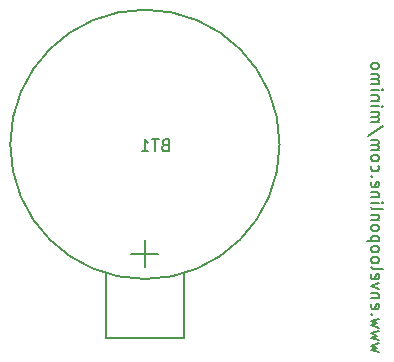
<source format=gbo>
G04 #@! TF.FileFunction,Legend,Bot*
%FSLAX46Y46*%
G04 Gerber Fmt 4.6, Leading zero omitted, Abs format (unit mm)*
G04 Created by KiCad (PCBNEW 4.0.1-stable) date 10/18/2016 5:23:33 PM*
%MOMM*%
G01*
G04 APERTURE LIST*
%ADD10C,0.100000*%
%ADD11C,0.150000*%
%ADD12C,0.200000*%
G04 APERTURE END LIST*
D10*
D11*
X142614286Y-137885714D02*
X141947619Y-137695238D01*
X142423810Y-137504761D01*
X141947619Y-137314285D01*
X142614286Y-137123809D01*
X142614286Y-136838095D02*
X141947619Y-136647619D01*
X142423810Y-136457142D01*
X141947619Y-136266666D01*
X142614286Y-136076190D01*
X142614286Y-135790476D02*
X141947619Y-135600000D01*
X142423810Y-135409523D01*
X141947619Y-135219047D01*
X142614286Y-135028571D01*
X142042857Y-134647619D02*
X141995238Y-134600000D01*
X141947619Y-134647619D01*
X141995238Y-134695238D01*
X142042857Y-134647619D01*
X141947619Y-134647619D01*
X141995238Y-133790476D02*
X141947619Y-133885714D01*
X141947619Y-134076191D01*
X141995238Y-134171429D01*
X142090476Y-134219048D01*
X142471429Y-134219048D01*
X142566667Y-134171429D01*
X142614286Y-134076191D01*
X142614286Y-133885714D01*
X142566667Y-133790476D01*
X142471429Y-133742857D01*
X142376190Y-133742857D01*
X142280952Y-134219048D01*
X142614286Y-133314286D02*
X141947619Y-133314286D01*
X142519048Y-133314286D02*
X142566667Y-133266667D01*
X142614286Y-133171429D01*
X142614286Y-133028571D01*
X142566667Y-132933333D01*
X142471429Y-132885714D01*
X141947619Y-132885714D01*
X142614286Y-132504762D02*
X141947619Y-132266667D01*
X142614286Y-132028571D01*
X141995238Y-131266666D02*
X141947619Y-131361904D01*
X141947619Y-131552381D01*
X141995238Y-131647619D01*
X142090476Y-131695238D01*
X142471429Y-131695238D01*
X142566667Y-131647619D01*
X142614286Y-131552381D01*
X142614286Y-131361904D01*
X142566667Y-131266666D01*
X142471429Y-131219047D01*
X142376190Y-131219047D01*
X142280952Y-131695238D01*
X141947619Y-130647619D02*
X141995238Y-130742857D01*
X142090476Y-130790476D01*
X142947619Y-130790476D01*
X141947619Y-130123809D02*
X141995238Y-130219047D01*
X142042857Y-130266666D01*
X142138095Y-130314285D01*
X142423810Y-130314285D01*
X142519048Y-130266666D01*
X142566667Y-130219047D01*
X142614286Y-130123809D01*
X142614286Y-129980951D01*
X142566667Y-129885713D01*
X142519048Y-129838094D01*
X142423810Y-129790475D01*
X142138095Y-129790475D01*
X142042857Y-129838094D01*
X141995238Y-129885713D01*
X141947619Y-129980951D01*
X141947619Y-130123809D01*
X141947619Y-129219047D02*
X141995238Y-129314285D01*
X142042857Y-129361904D01*
X142138095Y-129409523D01*
X142423810Y-129409523D01*
X142519048Y-129361904D01*
X142566667Y-129314285D01*
X142614286Y-129219047D01*
X142614286Y-129076189D01*
X142566667Y-128980951D01*
X142519048Y-128933332D01*
X142423810Y-128885713D01*
X142138095Y-128885713D01*
X142042857Y-128933332D01*
X141995238Y-128980951D01*
X141947619Y-129076189D01*
X141947619Y-129219047D01*
X142614286Y-128457142D02*
X141614286Y-128457142D01*
X142566667Y-128457142D02*
X142614286Y-128361904D01*
X142614286Y-128171427D01*
X142566667Y-128076189D01*
X142519048Y-128028570D01*
X142423810Y-127980951D01*
X142138095Y-127980951D01*
X142042857Y-128028570D01*
X141995238Y-128076189D01*
X141947619Y-128171427D01*
X141947619Y-128361904D01*
X141995238Y-128457142D01*
X141947619Y-127409523D02*
X141995238Y-127504761D01*
X142042857Y-127552380D01*
X142138095Y-127599999D01*
X142423810Y-127599999D01*
X142519048Y-127552380D01*
X142566667Y-127504761D01*
X142614286Y-127409523D01*
X142614286Y-127266665D01*
X142566667Y-127171427D01*
X142519048Y-127123808D01*
X142423810Y-127076189D01*
X142138095Y-127076189D01*
X142042857Y-127123808D01*
X141995238Y-127171427D01*
X141947619Y-127266665D01*
X141947619Y-127409523D01*
X142614286Y-126647618D02*
X141947619Y-126647618D01*
X142519048Y-126647618D02*
X142566667Y-126599999D01*
X142614286Y-126504761D01*
X142614286Y-126361903D01*
X142566667Y-126266665D01*
X142471429Y-126219046D01*
X141947619Y-126219046D01*
X141947619Y-125599999D02*
X141995238Y-125695237D01*
X142090476Y-125742856D01*
X142947619Y-125742856D01*
X141947619Y-125219046D02*
X142614286Y-125219046D01*
X142947619Y-125219046D02*
X142900000Y-125266665D01*
X142852381Y-125219046D01*
X142900000Y-125171427D01*
X142947619Y-125219046D01*
X142852381Y-125219046D01*
X142614286Y-124742856D02*
X141947619Y-124742856D01*
X142519048Y-124742856D02*
X142566667Y-124695237D01*
X142614286Y-124599999D01*
X142614286Y-124457141D01*
X142566667Y-124361903D01*
X142471429Y-124314284D01*
X141947619Y-124314284D01*
X141995238Y-123457141D02*
X141947619Y-123552379D01*
X141947619Y-123742856D01*
X141995238Y-123838094D01*
X142090476Y-123885713D01*
X142471429Y-123885713D01*
X142566667Y-123838094D01*
X142614286Y-123742856D01*
X142614286Y-123552379D01*
X142566667Y-123457141D01*
X142471429Y-123409522D01*
X142376190Y-123409522D01*
X142280952Y-123885713D01*
X142042857Y-122980951D02*
X141995238Y-122933332D01*
X141947619Y-122980951D01*
X141995238Y-123028570D01*
X142042857Y-122980951D01*
X141947619Y-122980951D01*
X141995238Y-122076189D02*
X141947619Y-122171427D01*
X141947619Y-122361904D01*
X141995238Y-122457142D01*
X142042857Y-122504761D01*
X142138095Y-122552380D01*
X142423810Y-122552380D01*
X142519048Y-122504761D01*
X142566667Y-122457142D01*
X142614286Y-122361904D01*
X142614286Y-122171427D01*
X142566667Y-122076189D01*
X141947619Y-121504761D02*
X141995238Y-121599999D01*
X142042857Y-121647618D01*
X142138095Y-121695237D01*
X142423810Y-121695237D01*
X142519048Y-121647618D01*
X142566667Y-121599999D01*
X142614286Y-121504761D01*
X142614286Y-121361903D01*
X142566667Y-121266665D01*
X142519048Y-121219046D01*
X142423810Y-121171427D01*
X142138095Y-121171427D01*
X142042857Y-121219046D01*
X141995238Y-121266665D01*
X141947619Y-121361903D01*
X141947619Y-121504761D01*
X141947619Y-120742856D02*
X142614286Y-120742856D01*
X142519048Y-120742856D02*
X142566667Y-120695237D01*
X142614286Y-120599999D01*
X142614286Y-120457141D01*
X142566667Y-120361903D01*
X142471429Y-120314284D01*
X141947619Y-120314284D01*
X142471429Y-120314284D02*
X142566667Y-120266665D01*
X142614286Y-120171427D01*
X142614286Y-120028570D01*
X142566667Y-119933332D01*
X142471429Y-119885713D01*
X141947619Y-119885713D01*
X142995238Y-118695237D02*
X141709524Y-119552380D01*
X141947619Y-118361904D02*
X142614286Y-118361904D01*
X142519048Y-118361904D02*
X142566667Y-118314285D01*
X142614286Y-118219047D01*
X142614286Y-118076189D01*
X142566667Y-117980951D01*
X142471429Y-117933332D01*
X141947619Y-117933332D01*
X142471429Y-117933332D02*
X142566667Y-117885713D01*
X142614286Y-117790475D01*
X142614286Y-117647618D01*
X142566667Y-117552380D01*
X142471429Y-117504761D01*
X141947619Y-117504761D01*
X141947619Y-117028571D02*
X142614286Y-117028571D01*
X142947619Y-117028571D02*
X142900000Y-117076190D01*
X142852381Y-117028571D01*
X142900000Y-116980952D01*
X142947619Y-117028571D01*
X142852381Y-117028571D01*
X142614286Y-116552381D02*
X141947619Y-116552381D01*
X142519048Y-116552381D02*
X142566667Y-116504762D01*
X142614286Y-116409524D01*
X142614286Y-116266666D01*
X142566667Y-116171428D01*
X142471429Y-116123809D01*
X141947619Y-116123809D01*
X141947619Y-115647619D02*
X142614286Y-115647619D01*
X142947619Y-115647619D02*
X142900000Y-115695238D01*
X142852381Y-115647619D01*
X142900000Y-115600000D01*
X142947619Y-115647619D01*
X142852381Y-115647619D01*
X141947619Y-115171429D02*
X142614286Y-115171429D01*
X142519048Y-115171429D02*
X142566667Y-115123810D01*
X142614286Y-115028572D01*
X142614286Y-114885714D01*
X142566667Y-114790476D01*
X142471429Y-114742857D01*
X141947619Y-114742857D01*
X142471429Y-114742857D02*
X142566667Y-114695238D01*
X142614286Y-114600000D01*
X142614286Y-114457143D01*
X142566667Y-114361905D01*
X142471429Y-114314286D01*
X141947619Y-114314286D01*
X141947619Y-113695239D02*
X141995238Y-113790477D01*
X142042857Y-113838096D01*
X142138095Y-113885715D01*
X142423810Y-113885715D01*
X142519048Y-113838096D01*
X142566667Y-113790477D01*
X142614286Y-113695239D01*
X142614286Y-113552381D01*
X142566667Y-113457143D01*
X142519048Y-113409524D01*
X142423810Y-113361905D01*
X142138095Y-113361905D01*
X142042857Y-113409524D01*
X141995238Y-113457143D01*
X141947619Y-113552381D01*
X141947619Y-113695239D01*
X126100000Y-136664000D02*
X126100000Y-131164000D01*
X119500000Y-136664000D02*
X119500000Y-131164000D01*
X126100000Y-136664000D02*
X119500000Y-136664000D01*
X134200000Y-120264000D02*
G75*
G03X134200000Y-120264000I-11400000J0D01*
G01*
X124483714Y-120324571D02*
X124340857Y-120372190D01*
X124293238Y-120419810D01*
X124245619Y-120515048D01*
X124245619Y-120657905D01*
X124293238Y-120753143D01*
X124340857Y-120800762D01*
X124436095Y-120848381D01*
X124817048Y-120848381D01*
X124817048Y-119848381D01*
X124483714Y-119848381D01*
X124388476Y-119896000D01*
X124340857Y-119943619D01*
X124293238Y-120038857D01*
X124293238Y-120134095D01*
X124340857Y-120229333D01*
X124388476Y-120276952D01*
X124483714Y-120324571D01*
X124817048Y-120324571D01*
X123959905Y-119848381D02*
X123388476Y-119848381D01*
X123674191Y-120848381D02*
X123674191Y-119848381D01*
X122531333Y-120848381D02*
X123102762Y-120848381D01*
X122817048Y-120848381D02*
X122817048Y-119848381D01*
X122912286Y-119991238D01*
X123007524Y-120086476D01*
X123102762Y-120134095D01*
D12*
X123942857Y-129528286D02*
X121657143Y-129528286D01*
X122800000Y-130671143D02*
X122800000Y-128385429D01*
M02*

</source>
